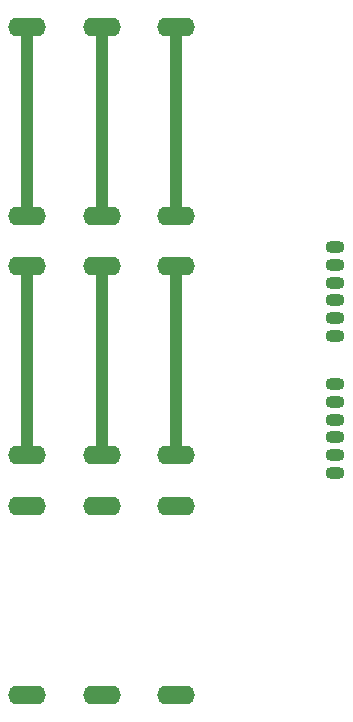
<source format=gtl>
G04*
G04 #@! TF.GenerationSoftware,Altium Limited,Altium Designer,21.8.1 (53)*
G04*
G04 Layer_Physical_Order=1*
G04 Layer_Color=255*
%FSLAX25Y25*%
%MOIN*%
G70*
G04*
G04 #@! TF.SameCoordinates,10585E3A-A503-4201-9872-C8A2A9F9218C*
G04*
G04*
G04 #@! TF.FilePolarity,Positive*
G04*
G01*
G75*
%ADD15C,0.03937*%
%ADD16O,0.12598X0.06299*%
%ADD17O,0.06299X0.04331*%
D15*
X333397Y277500D02*
Y340492D01*
X358200Y277500D02*
Y340492D01*
X383003Y277500D02*
Y340492D01*
X383000Y357400D02*
Y420392D01*
X358197Y357400D02*
Y420392D01*
X333394Y357400D02*
Y420392D01*
D16*
Y357400D02*
D03*
Y420392D02*
D03*
X358197Y357400D02*
D03*
X383000D02*
D03*
Y420392D02*
D03*
X358197D02*
D03*
X333397Y277500D02*
D03*
Y340492D02*
D03*
X358200Y277500D02*
D03*
X383003D02*
D03*
Y340492D02*
D03*
X358200D02*
D03*
X333394Y197508D02*
D03*
Y260500D02*
D03*
X358197Y197508D02*
D03*
X383000D02*
D03*
Y260500D02*
D03*
X358197D02*
D03*
D17*
X435900Y301200D02*
D03*
Y295294D02*
D03*
Y289389D02*
D03*
Y283484D02*
D03*
Y277578D02*
D03*
Y271673D02*
D03*
X436000Y346927D02*
D03*
Y341022D02*
D03*
Y335117D02*
D03*
Y329211D02*
D03*
Y323306D02*
D03*
Y317400D02*
D03*
M02*

</source>
